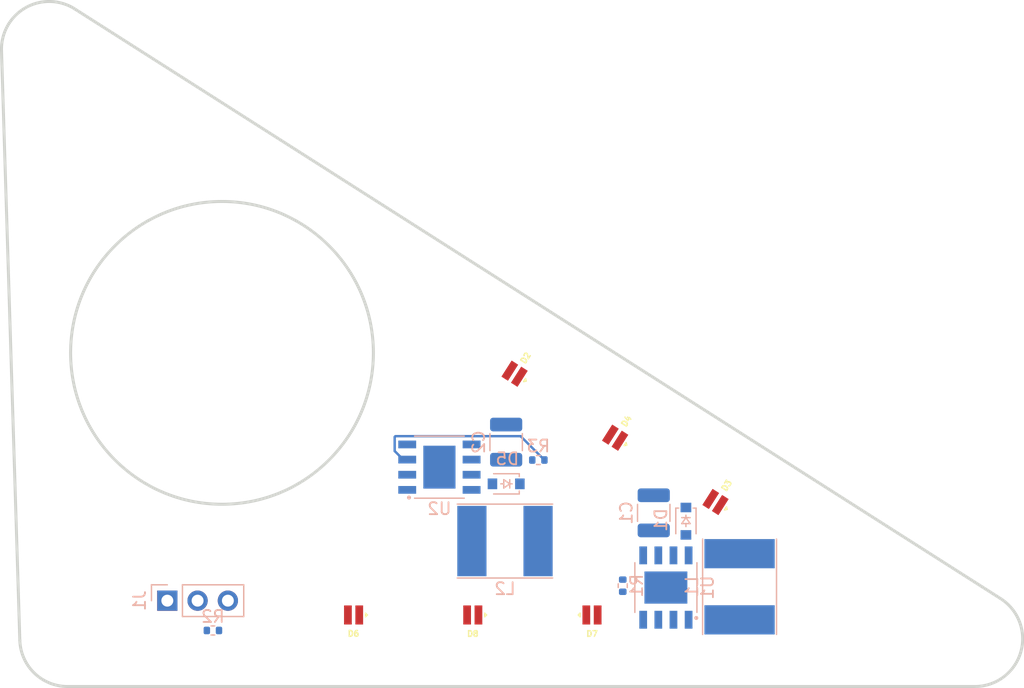
<source format=kicad_pcb>
(kicad_pcb (version 20211014) (generator pcbnew)
  (layers (0 "F.Cu" signal) (31 "B.Cu" signal) (34 "B.Paste" user) (35 "F.Paste" user) (36 "B.SilkS" user "B.Silkscreen") (37 "F.SilkS" user "F.Silkscreen") (38 "B.Mask" user) (39 "F.Mask" user) (44 "Edge.Cuts" user))
  (net 0 "")
  (net 1 "GND")
  (net 2 "VSYS_SW")
  (net 3 "Net-(D1-Pad2)")
  (net 4 "Net-(D2-Pad1)")
  (net 5 "Net-(D3-Pad1)")
  (net 6 "Net-(D5-Pad2)")
  (net 7 "Net-(D6-Pad1)")
  (net 8 "Net-(D7-Pad1)")
  (net 9 "PWM_LED_LHS")
  (net 12 "/LED1_P")
  (net 13 "/LED1_N")
  (net 14 "/LED2_P")
  (net 15 "/LED2_N")
  (net 16 "Net-(U1-Pad1)")
  (footprint "JetkovKiCADLib:XQ-A-LED" (layer "F.Cu") (at 143 122)
    (fp_text reference "D8" (at 0.002703 1.578144) (layer "F.SilkS") (effects (font (size 0.48 0.48))))
    (fp_text value "XQA LED 1616 SMD")
    (fp_poly (pts (xy 1.15 0) (xy 1 0.15) (xy 1 -0.15)) (layer "F.SilkS") (width 0.12) (fill solid))
    (pad "1" smd rect (at 0.475 0) (size 0.65 1.6) (layers "F.Cu" "F.Paste" "F.Mask") (net 8 "Net-(D7-Pad1)"))
    (pad "2" smd rect (at -0.475 0) (size 0.65 1.6) (layers "F.Cu" "F.Paste" "F.Mask") (net 7 "Net-(D6-Pad1)"))
  )
  (footprint "JetkovKiCADLib:XQ-A-LED" (layer "F.Cu") (at 146.505753 101.760503 -32.49299601)
    (fp_text reference "D2" (at 0.08118 -1.606375 237.507004) (layer "F.SilkS") (effects (font (size 0.48 0.48))))
    (fp_text value "XQA LED 1616 SMD")
    (fp_poly (pts (xy 1.15 0) (xy 1 0.15) (xy 1 -0.15)) (layer "F.SilkS") (width 0.12) (fill solid))
    (pad "1" smd rect (at 0.475 0 327.507004) (size 0.65 1.6) (layers "F.Cu" "F.Paste" "F.Mask") (net 4 "Net-(D2-Pad1)"))
    (pad "2" smd rect (at -0.475 0 327.507004) (size 0.65 1.6) (layers "F.Cu" "F.Paste" "F.Mask") (net 12 "/LED1_P"))
  )
  (footprint "JetkovKiCADLib:XQ-A-LED" (layer "F.Cu") (at 154.942463 107.128962 -32.49299601)
    (fp_text reference "D4" (at 0.058068 -1.680789 237.507004) (layer "F.SilkS") (effects (font (size 0.48 0.48))))
    (fp_text value "XQA LED 1616 SMD")
    (fp_poly (pts (xy 1.15 0) (xy 1 0.15) (xy 1 -0.15)) (layer "F.SilkS") (width 0.12) (fill solid))
    (pad "1" smd rect (at 0.475 0 327.507004) (size 0.65 1.6) (layers "F.Cu" "F.Paste" "F.Mask") (net 5 "Net-(D3-Pad1)"))
    (pad "2" smd rect (at -0.475 0 327.507004) (size 0.65 1.6) (layers "F.Cu" "F.Paste" "F.Mask") (net 4 "Net-(D2-Pad1)"))
  )
  (footprint "JetkovKiCADLib:XQ-A-LED" (layer "F.Cu") (at 153 122 180)
    (fp_text reference "D7" (at -0.006696 -1.578144) (layer "F.SilkS") (effects (font (size 0.48 0.48))))
    (fp_text value "XQA LED 1616 SMD")
    (fp_poly (pts (xy 1.15 0) (xy 1 0.15) (xy 1 -0.15)) (layer "F.SilkS") (width 0.12) (fill solid))
    (pad "1" smd rect (at 0.475 0 180) (size 0.65 1.6) (layers "F.Cu" "F.Paste" "F.Mask") (net 8 "Net-(D7-Pad1)"))
    (pad "2" smd rect (at -0.475 0 180) (size 0.65 1.6) (layers "F.Cu" "F.Paste" "F.Mask") (net 15 "/LED2_N"))
  )
  (footprint "JetkovKiCADLib:XQ-A-LED" (layer "F.Cu") (at 133 122)
    (fp_text reference "D6" (at -0.007987 1.564752) (layer "F.SilkS") (effects (font (size 0.48 0.48))))
    (fp_text value "XQA LED 1616 SMD")
    (fp_poly (pts (xy 1.15 0) (xy 1 0.15) (xy 1 -0.15)) (layer "F.SilkS") (width 0.12) (fill solid))
    (pad "1" smd rect (at 0.475 0) (size 0.65 1.6) (layers "F.Cu" "F.Paste" "F.Mask") (net 7 "Net-(D6-Pad1)"))
    (pad "2" smd rect (at -0.475 0) (size 0.65 1.6) (layers "F.Cu" "F.Paste" "F.Mask") (net 14 "/LED2_P"))
  )
  (footprint "JetkovKiCADLib:XQ-A-LED" (layer "F.Cu") (at 163.361094 112.523831 -32.49299601)
    (fp_text reference "D3" (at 0.05301 -1.667024 57.50700399) (layer "F.SilkS") (effects (font (size 0.48 0.48))))
    (fp_text value "XQA LED 1616 SMD")
    (fp_poly (pts (xy 1.15 0) (xy 1 0.15) (xy 1 -0.15)) (layer "F.SilkS") (width 0.12) (fill solid))
    (pad "1" smd rect (at 0.475 0 327.507004) (size 0.65 1.6) (layers "F.Cu" "F.Paste" "F.Mask") (net 5 "Net-(D3-Pad1)"))
    (pad "2" smd rect (at -0.475 0 327.507004) (size 0.65 1.6) (layers "F.Cu" "F.Paste" "F.Mask") (net 13 "/LED1_N"))
  )
  (footprint "JetkovKiCADLib:8-SOIC_SO-8EP_DIO" (layer "B.Cu") (at 140.2 109.6)
    (fp_text reference "U2" (at 0 3.488236) (layer "B.SilkS") (effects (justify mirror)))
    (fp_text value "AL8843QSP-13" hide)
    (fp_line (start -2.0828 -2.6035) (end 2.0828 -2.6035) (layer "B.SilkS") (width 0.12))
    (fp_line (start 2.0828 2.6035) (end -2.0828 2.6035) (layer "B.SilkS") (width 0.12))
    (fp_circle (center -2.55 2.55) (end -2.55 2.55) (layer "B.SilkS") (width 0.12) (fill none))
    (fp_circle (center -2.55 2.55) (end -2.440722 2.532188) (layer "B.SilkS") (width 0.12) (fill none))
    (pad "1" smd rect (at -2.7 1.905) (size 1.5 0.65) (layers "B.Cu" "B.Paste" "B.Mask") (net 1 "GND"))
    (pad "2" smd rect (at -2.7 0.635) (size 1.5 0.65) (layers "B.Cu" "B.Paste" "B.Mask") (net 1 "GND"))
    (pad "3" smd rect (at -2.7 -0.635) (size 1.5 0.65) (layers "B.Cu" "B.Paste" "B.Mask") (net 14 "/LED2_P"))
    (pad "4" smd rect (at -2.7 -1.905) (size 1.5 0.65) (layers "B.Cu" "B.Paste" "B.Mask"))
    (pad "5" smd rect (at 2.7 -1.905) (size 1.5 0.65) (layers "B.Cu" "B.Paste" "B.Mask") (net 9 "PWM_LED_LHS"))
    (pad "6" smd rect (at 2.7 -0.635) (size 1.5 0.65) (layers "B.Cu" "B.Paste" "B.Mask") (net 2 "VSYS_SW"))
    (pad "7" smd rect (at 2.7 0.635) (size 1.5 0.65) (layers "B.Cu" "B.Paste" "B.Mask") (net 6 "Net-(D5-Pad2)"))
    (pad "8" smd rect (at 2.7 1.905) (size 1.5 0.65) (layers "B.Cu" "B.Paste" "B.Mask") (net 6 "Net-(D5-Pad2)"))
    (pad "EPAD" smd rect (at 0 0) (size 2.7 3.6) (layers "B.Cu" "B.Mask") (net 1 "GND"))
  )
  (footprint "Connector_PinHeader_2.54mm:PinHeader_1x03_P2.54mm_Vertical" (layer "B.Cu") (at 117.375 120.8 -90)
    (fp_text reference "J1" (at 0 2.33 90) (layer "B.SilkS") (effects (justify mirror)))
    (fp_text value "100mil")
    (fp_line (start -1.33 -6.41) (end 1.33 -6.41) (layer "B.SilkS") (width 0.12))
    (fp_line (start 1.33 -1.27) (end 1.33 -6.41) (layer "B.SilkS") (width 0.12))
    (fp_line (start -1.33 0) (end -1.33 1.33) (layer "B.SilkS") (width 0.12))
    (fp_line (start -1.33 1.33) (end 0 1.33) (layer "B.SilkS") (width 0.12))
    (fp_line (start -1.33 -1.27) (end 1.33 -1.27) (layer "B.SilkS") (width 0.12))
    (fp_line (start -1.33 -1.27) (end -1.33 -6.41) (layer "B.SilkS") (width 0.12))
    (pad "1" thru_hole rect locked (at 0 0 270) (size 1.7 1.7) (drill 1) (layers *.Cu *.Mask) (net 2 "VSYS_SW"))
    (pad "2" thru_hole oval locked (at 0 -2.54 270) (size 1.7 1.7) (drill 1) (layers *.Cu *.Mask) (net 9 "PWM_LED_LHS"))
    (pad "3" thru_hole oval locked (at 0 -5.08 270) (size 1.7 1.7) (drill 1) (layers *.Cu *.Mask) (net 1 "GND"))
  )
  (footprint "Resistor_SMD:R_0402_1005Metric" (layer "B.Cu") (at 121.2 123.3 180)
    (fp_text reference "R2" (at 0 1.17) (layer "B.SilkS") (effects (justify mirror)))
    (fp_text value "1M")
    (fp_line (start -0.153641 0.38) (end 0.153641 0.38) (layer "B.SilkS") (width 0.12))
    (fp_line (start -0.153641 -0.38) (end 0.153641 -0.38) (layer "B.SilkS") (width 0.12))
    (pad "1" smd roundrect locked (at -0.51 0 180) (size 0.54 0.64) (layers "B.Cu" "B.Paste" "B.Mask") (net 1 "GND"))
    (pad "2" smd roundrect locked (at 0.51 0 180) (size 0.54 0.64) (layers "B.Cu" "B.Paste" "B.Mask") (net 9 "PWM_LED_LHS"))
  )
  (footprint "JetkovKiCADLib:L_Taiyo-Yuden_NR-60xx_HandSoldering" (layer "B.Cu") (at 165.3805 119.6334 -90)
    (fp_text reference "L1" (at 0 4 90) (layer "B.SilkS") (effects (justify mirror)))
    (fp_text value "100uH")
    (fp_line (start -4 3.1) (end 4 3.1) (layer "B.SilkS") (width 0.12))
    (fp_line (start -4 -3.1) (end 4 -3.1) (layer "B.SilkS") (width 0.12))
    (pad "1" smd rect (at -2.775 0 270) (size 2.45 5.9) (layers "B.Cu" "B.Paste" "B.Mask") (net 3 "Net-(D1-Pad2)"))
    (pad "2" smd rect (at 2.775 0 270) (size 2.45 5.9) (layers "B.Cu" "B.Paste" "B.Mask") (net 13 "/LED1_N"))
  )
  (footprint "JetkovKiCADLib:L_Taiyo-Yuden_NR-60xx_HandSoldering" (layer "B.Cu") (at 145.7 115.8)
    (fp_text reference "L2" (at 0 4) (layer "B.SilkS") (effects (justify mirror)))
    (fp_text value "100uH")
    (fp_line (start -4 3.1) (end 4 3.1) (layer "B.SilkS") (width 0.12))
    (fp_line (start -4 -3.1) (end 4 -3.1) (layer "B.SilkS") (width 0.12))
    (pad "1" smd rect (at -2.775 0) (size 2.45 5.9) (layers "B.Cu" "B.Paste" "B.Mask") (net 6 "Net-(D5-Pad2)"))
    (pad "2" smd rect (at 2.775 0) (size 2.45 5.9) (layers "B.Cu" "B.Paste" "B.Mask") (net 15 "/LED2_N"))
  )
  (footprint "Resistor_SMD:R_0402_1005Metric" (layer "B.Cu") (at 148.5 109 180)
    (fp_text reference "R3" (at 0 1.17) (layer "B.SilkS") (effects (justify mirror)))
    (fp_text value "499m")
    (fp_line (start -0.153641 -0.38) (end 0.153641 -0.38) (layer "B.SilkS") (width 0.12))
    (fp_line (start -0.153641 0.38) (end 0.153641 0.38) (layer "B.SilkS") (width 0.12))
    (pad "1" smd roundrect locked (at -0.51 0 180) (size 0.54 0.64) (layers "B.Cu" "B.Paste" "B.Mask") (net 14 "/LED2_P"))
    (pad "2" smd roundrect locked (at 0.51 0 180) (size 0.54 0.64) (layers "B.Cu" "B.Paste" "B.Mask") (net 2 "VSYS_SW"))
  )
  (footprint "Capacitor_SMD:C_1210_3225Metric" (layer "B.Cu") (at 158.1805 113.4334 -90)
    (fp_text reference "C1" (at 0 2.3 90) (layer "B.SilkS") (effects (justify mirror)))
    (fp_text value "10uF")
    (fp_line (start -0.711252 1.36) (end 0.711252 1.36) (layer "B.SilkS") (width 0.12))
    (fp_line (start -0.711252 -1.36) (end 0.711252 -1.36) (layer "B.SilkS") (width 0.12))
    (pad "1" smd roundrect locked (at -1.475 0 270) (size 1.15 2.7) (layers "B.Cu" "B.Paste" "B.Mask") (roundrect_rratio 0.217391) (net 1 "GND"))
    (pad "2" smd roundrect locked (at 1.475 0 270) (size 1.15 2.7) (layers "B.Cu" "B.Paste" "B.Mask") (roundrect_rratio 0.217391) (net 2 "VSYS_SW"))
  )
  (footprint "JetkovKiCADLib:SC-76-SOD-323_USC_TSB" (layer "B.Cu") (at 145.8 111 180)
    (fp_text reference "D5" (at -0.1 2.1) (layer "B.SilkS") (effects (justify mirror)))
    (fp_text value "500mA")
    (fp_line (start -0.3 0.35) (end -0.3 -0.35) (layer "B.SilkS") (width 0.12))
    (fp_line (start -1.1 -0.85) (end -1.1 -0.6) (layer "B.SilkS") (width 0.12))
    (fp_line (start 0.2 -0.35) (end -0.3 0) (layer "B.SilkS") (width 0.12))
    (fp_line (start -1.1 0.85) (end 1.05 0.85) (layer "B.SilkS") (width 0.12))
    (fp_line (start -1.1 -0.85) (end 1.05 -0.85) (layer "B.SilkS") (width 0.12))
    (fp_line (start 0.2 0.35) (end 0.2 -0.35) (layer "B.SilkS") (width 0.12))
    (fp_line (start -0.3 0) (end 0.2 0.35) (layer "B.SilkS") (width 0.12))
    (fp_line (start -1.1 0.85) (end -1.1 0.6) (layer "B.SilkS") (width 0.12))
    (fp_line (start -0.3 0) (end -0.5 0) (layer "B.SilkS") (width 0.12))
    (fp_line (start 0.2 0) (end 0.45 0) (layer "B.SilkS") (width 0.12))
    (pad "1" smd rect (at -1.15 0 180) (size 0.8 0.9) (layers "B.Cu" "B.Paste" "B.Mask") (net 2 "VSYS_SW"))
    (pad "2" smd rect (at 1.15 0 180) (size 0.8 0.9) (layers "B.Cu" "B.Paste" "B.Mask") (net 6 "Net-(D5-Pad2)"))
  )
  (footprint "Capacitor_SMD:C_1210_3225Metric" (layer "B.Cu") (at 145.8 107.5 -90)
    (fp_text reference "C2" (at 0 2.3 90) (layer "B.SilkS") (effects (justify mirror)))
    (fp_text value "10uF")
    (fp_line (start -0.711252 -1.36) (end 0.711252 -1.36) (layer "B.SilkS") (width 0.12))
    (fp_line (start -0.711252 1.36) (end 0.711252 1.36) (layer "B.SilkS") (width 0.12))
    (pad "1" smd roundrect locked (at -1.475 0 270) (size 1.15 2.7) (layers "B.Cu" "B.Paste" "B.Mask") (roundrect_rratio 0.217391) (net 1 "GND"))
    (pad "2" smd roundrect locked (at 1.475 0 270) (size 1.15 2.7) (layers "B.Cu" "B.Paste" "B.Mask") (roundrect_rratio 0.217391) (net 2 "VSYS_SW"))
  )
  (footprint "Resistor_SMD:R_0402_1005Metric" (layer "B.Cu") (at 155.5805 119.5434 90)
    (fp_text reference "R1" (at 0 1.17 90) (layer "B.SilkS") (effects (justify mirror)))
    (fp_text value "499m")
    (fp_line (start -0.153641 -0.38) (end 0.153641 -0.38) (layer "B.SilkS") (width 0.12))
    (fp_line (start -0.153641 0.38) (end 0.153641 0.38) (layer "B.SilkS") (width 0.12))
    (pad "1" smd roundrect locked (at -0.51 0 90) (size 0.54 0.64) (layers "B.Cu" "B.Paste" "B.Mask") (net 12 "/LED1_P"))
    (pad "2" smd roundrect locked (at 0.51 0 90) (size 0.54 0.64) (layers "B.Cu" "B.Paste" "B.Mask") (net 2 "VSYS_SW"))
  )
  (footprint "JetkovKiCADLib:SC-76-SOD-323_USC_TSB" (layer "B.Cu") (at 160.8805 114.1334 -90)
    (fp_text reference "D1" (at -0.1 2.1 90) (layer "B.SilkS") (effects (justify mirror)))
    (fp_text value "500mA")
    (fp_line (start -1.1 0.85) (end -1.1 0.6) (layer "B.SilkS") (width 0.12))
    (fp_line (start 0.2 -0.35) (end -0.3 0) (layer "B.SilkS") (width 0.12))
    (fp_line (start -0.3 0) (end -0.5 0) (layer "B.SilkS") (width 0.12))
    (fp_line (start -0.3 0) (end 0.2 0.35) (layer "B.SilkS") (width 0.12))
    (fp_line (start -1.1 0.85) (end 1.05 0.85) (layer "B.SilkS") (width 0.12))
    (fp_line (start -1.1 -0.85) (end 1.05 -0.85) (layer "B.SilkS") (width 0.12))
    (fp_line (start 0.2 0.35) (end 0.2 -0.35) (layer "B.SilkS") (width 0.12))
    (fp_line (start -0.3 0.35) (end -0.3 -0.35) (layer "B.SilkS") (width 0.12))
    (fp_line (start -1.1 -0.85) (end -1.1 -0.6) (layer "B.SilkS") (width 0.12))
    (fp_line (start 0.2 0) (end 0.45 0) (layer "B.SilkS") (width 0.12))
    (pad "1" smd rect (at -1.15 0 270) (size 0.8 0.9) (layers "B.Cu" "B.Paste" "B.Mask") (net 2 "VSYS_SW"))
    (pad "2" smd rect (at 1.15 0 270) (size 0.8 0.9) (layers "B.Cu" "B.Paste" "B.Mask") (net 3 "Net-(D1-Pad2)"))
  )
  (footprint "JetkovKiCADLib:8-SOIC_SO-8EP_DIO" (layer "B.Cu") (at 159.2 119.7 90)
    (fp_text reference "U1" (at 0 3.488236 90) (layer "B.SilkS") (effects (justify mirror)))
    (fp_text value "AL8843QSP-13" hide)
    (fp_line (start -2.0828 -2.6035) (end 2.0828 -2.6035) (layer "B.SilkS") (width 0.12))
    (fp_line (start 2.0828 2.6035) (end -2.0828 2.6035) (layer "B.SilkS") (width 0.12))
    (fp_circle (center -2.55 2.55) (end -2.55 2.55) (layer "B.SilkS") (width 0.12) (fill none))
    (fp_circle (center -2.55 2.55) (end -2.440722 2.532188) (layer "B.SilkS") (width 0.12) (fill none))
    (pad "1" smd rect (at -2.7 1.905 90) (size 1.5 0.65) (layers "B.Cu" "B.Paste" "B.Mask") (net 16 "Net-(U1-Pad1)"))
    (pad "2" smd rect (at -2.7 0.635 90) (size 1.5 0.65) (layers "B.Cu" "B.Paste" "B.Mask") (net 16 "Net-(U1-Pad1)"))
    (pad "3" smd rect (at -2.7 -0.635 90) (size 1.5 0.65) (layers "B.Cu" "B.Paste" "B.Mask") (net 12 "/LED1_P"))
    (pad "4" smd rect (at -2.7 -1.905 90) (size 1.5 0.65) (layers "B.Cu" "B.Paste" "B.Mask"))
    (pad "5" smd rect (at 2.7 -1.905 90) (size 1.5 0.65) (layers "B.Cu" "B.Paste" "B.Mask") (net 9 "PWM_LED_LHS"))
    (pad "6" smd rect (at 2.7 -0.635 90) (size 1.5 0.65) (layers "B.Cu" "B.Paste" "B.Mask") (net 2 "VSYS_SW"))
    (pad "7" smd rect (at 2.7 0.635 90) (size 1.5 0.65) (layers "B.Cu" "B.Paste" "B.Mask") (net 3 "Net-(D1-Pad2)"))
    (pad "8" smd rect (at 2.7 1.905 90) (size 1.5 0.65) (layers "B.Cu" "B.Paste" "B.Mask") (net 3 "Net-(D1-Pad2)"))
    (pad "EPAD" smd rect (at 0 0 90) (size 2.7 3.6) (layers "B.Cu" "B.Mask") (net 16 "Net-(U1-Pad1)"))
  )
  (gr_line locked (start 109.612274 71.161561) (end 187.277108 120.626171) (layer "Edge.Cuts") (width 0.25))
  (gr_circle locked (center 121.961466 100.011804) (end 131.180191 108.747084) (layer "Edge.Cuts") (width 0.25) (fill none))
  (gr_line locked (start 185.128322 128) (end 109.000001 127.999999) (layer "Edge.Cuts") (width 0.25))
  (gr_arc locked (start 109.000001 127.999999) (mid 106.215829 126.871999) (end 105.001929 124.124191) (layer "Edge.Cuts") (width 0.25))
  (gr_arc locked (start 103.465416 74.659581) (mid 105.485105 71.058898) (end 109.612274 71.161561) (layer "Edge.Cuts") (width 0.25))
  (gr_arc locked (start 187.277108 120.626171) (mid 188.96859 125.119081) (end 185.128322 128) (layer "Edge.Cuts") (width 0.25))
  (gr_line locked (start 105.001929 124.124191) (end 103.465416 74.659581) (layer "Edge.Cuts") (width 0.25))
  (segment (start 136.517778 107) (end 136.448889 107.068889) (width 0.2032) (layer "B.Cu") (net 14))
  (segment (start 149.01 109) (end 147.01 107) (width 0.2032) (layer "B.Cu") (net 14))
  (segment (start 147.01 107) (end 136.517778 107) (width 0.2032) (layer "B.Cu") (net 14))
  (segment (start 136.448889 108.248889) (end 137.165 108.965) (width 0.2032) (layer "B.Cu") (net 14))
  (segment (start 137.165 108.965) (end 137.5 108.965) (width 0.2032) (layer "B.Cu") (net 14))
  (segment (start 136.448889 107.068889) (end 136.448889 108.248889) (width 0.2032) (layer "B.Cu") (net 14))
)
</source>
